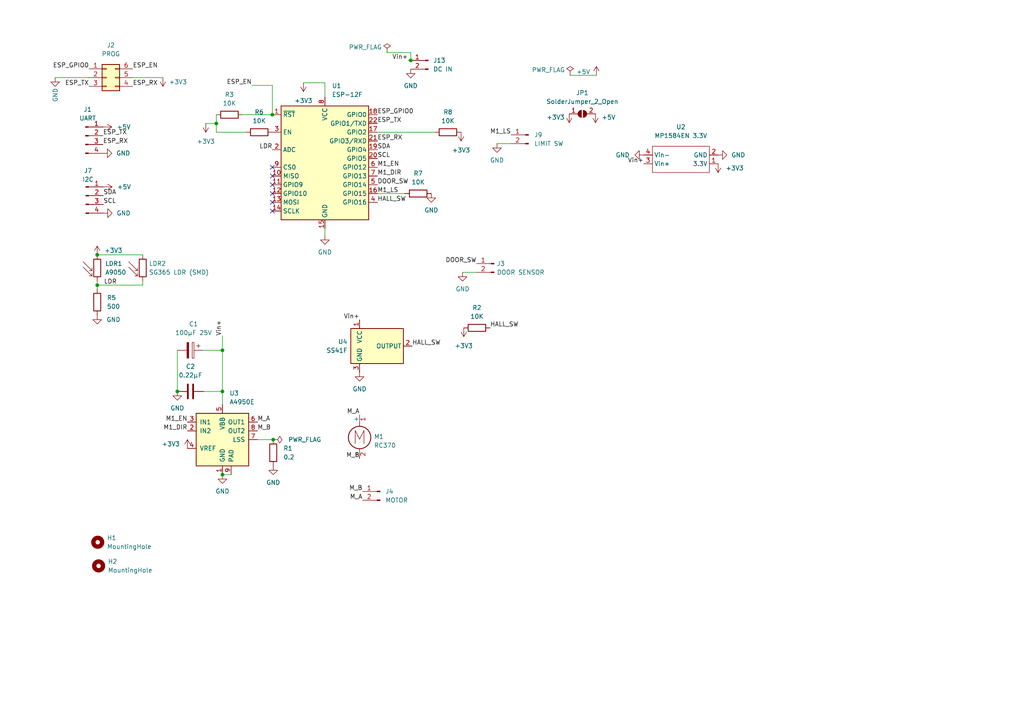
<source format=kicad_sch>
(kicad_sch (version 20211123) (generator eeschema)
  (paper "A4")
  (lib_symbols
    (symbol "Connector:Conn_01x02_Male" (pin_names (offset 1.016) hide)
      (property "Reference" "J" (at 0 2.54 0))
      (property "Value" "Conn_01x02_Male" (at 0 -5.08 0))
      (symbol "Conn_01x02_Male_1_1"
        (polyline (pts (xy 1.27 -2.54) (xy 0.8636 -2.54)) (stroke (width 0.1524)))
        (polyline (pts (xy 1.27 0) (xy 0.8636 0)) (stroke (width 0.1524)))
        (rectangle (start 0.8636 -2.413) (end 0 -2.667) (stroke (width 0.1524)) (fill (type outline)))
        (rectangle (start 0.8636 0.127) (end 0 -0.127) (stroke (width 0.1524)) (fill (type outline)))
        (pin passive line (at 5.08 0 180) (length 3.81) (name "Pin_1") (number "1"))
        (pin passive line (at 5.08 -2.54 180) (length 3.81) (name "Pin_2") (number "2"))
      )
    )
    (symbol "Connector:Conn_01x04_Male" (pin_names (offset 1.016) hide)
      (property "Reference" "J" (at 0 5.08 0))
      (property "Value" "Conn_01x04_Male" (at 0 -7.62 0))
      (symbol "Conn_01x04_Male_1_1"
        (polyline (pts (xy 1.27 -5.08) (xy 0.8636 -5.08)) (stroke (width 0.1524)))
        (polyline (pts (xy 1.27 -2.54) (xy 0.8636 -2.54)) (stroke (width 0.1524)))
        (polyline (pts (xy 1.27 0) (xy 0.8636 0)) (stroke (width 0.1524)))
        (polyline (pts (xy 1.27 2.54) (xy 0.8636 2.54)) (stroke (width 0.1524)))
        (rectangle (start 0.8636 -4.953) (end 0 -5.207) (stroke (width 0.1524)) (fill (type outline)))
        (rectangle (start 0.8636 -2.413) (end 0 -2.667) (stroke (width 0.1524)) (fill (type outline)))
        (rectangle (start 0.8636 0.127) (end 0 -0.127) (stroke (width 0.1524)) (fill (type outline)))
        (rectangle (start 0.8636 2.667) (end 0 2.413) (stroke (width 0.1524)) (fill (type outline)))
        (pin passive line (at 5.08 2.54 180) (length 3.81) (name "Pin_1") (number "1"))
        (pin passive line (at 5.08 0 180) (length 3.81) (name "Pin_2") (number "2"))
        (pin passive line (at 5.08 -2.54 180) (length 3.81) (name "Pin_3") (number "3"))
        (pin passive line (at 5.08 -5.08 180) (length 3.81) (name "Pin_4") (number "4"))
      )
    )
    (symbol "Connector_Generic:Conn_02x03_Counter_Clockwise" (pin_names (offset 1.016) hide)
      (property "Reference" "J" (at 1.27 5.08 0))
      (property "Value" "Conn_02x03_Counter_Clockwise" (at 1.27 -5.08 0))
      (symbol "Conn_02x03_Counter_Clockwise_1_1"
        (rectangle (start -1.27 -2.413) (end 0 -2.667) (stroke (width 0.1524)))
        (rectangle (start -1.27 0.127) (end 0 -0.127) (stroke (width 0.1524)))
        (rectangle (start -1.27 2.667) (end 0 2.413) (stroke (width 0.1524)))
        (rectangle (start -1.27 3.81) (end 3.81 -3.81) (stroke (width 0.254)) (fill (type background)))
        (rectangle (start 3.81 -2.413) (end 2.54 -2.667) (stroke (width 0.1524)))
        (rectangle (start 3.81 0.127) (end 2.54 -0.127) (stroke (width 0.1524)))
        (rectangle (start 3.81 2.667) (end 2.54 2.413) (stroke (width 0.1524)))
        (pin passive line (at -5.08 2.54 0) (length 3.81) (name "Pin_1") (number "1"))
        (pin passive line (at -5.08 0 0) (length 3.81) (name "Pin_2") (number "2"))
        (pin passive line (at -5.08 -2.54 0) (length 3.81) (name "Pin_3") (number "3"))
        (pin passive line (at 7.62 -2.54 180) (length 3.81) (name "Pin_4") (number "4"))
        (pin passive line (at 7.62 0 180) (length 3.81) (name "Pin_5") (number "5"))
        (pin passive line (at 7.62 2.54 180) (length 3.81) (name "Pin_6") (number "6"))
      )
    )
    (symbol "Device:C" (pin_numbers hide) (pin_names (offset 0.254))
      (property "Reference" "C" (at 0.635 2.54 0))
      (property "Value" "C" (at 0.635 -2.54 0))
      (symbol "C_0_1"
        (polyline (pts (xy -2.032 -0.762) (xy 2.032 -0.762)) (stroke (width 0.508)))
        (polyline (pts (xy -2.032 0.762) (xy 2.032 0.762)) (stroke (width 0.508)))
      )
      (symbol "C_1_1"
        (pin passive line (at 0 3.81 270) (length 2.794) (name "~") (number "1"))
        (pin passive line (at 0 -3.81 90) (length 2.794) (name "~") (number "2"))
      )
    )
    (symbol "Device:C_Polarized" (pin_numbers hide) (pin_names (offset 0.254))
      (property "Reference" "C" (at 0.635 2.54 0))
      (property "Value" "C_Polarized" (at 0.635 -2.54 0))
      (symbol "C_Polarized_0_1"
        (rectangle (start -2.286 0.508) (end 2.286 1.016))
        (polyline (pts (xy -1.778 2.286) (xy -0.762 2.286)))
        (polyline (pts (xy -1.27 2.794) (xy -1.27 1.778)))
        (rectangle (start 2.286 -0.508) (end -2.286 -1.016) (fill (type outline)))
      )
      (symbol "C_Polarized_1_1"
        (pin passive line (at 0 3.81 270) (length 2.794) (name "~") (number "1"))
        (pin passive line (at 0 -3.81 90) (length 2.794) (name "~") (number "2"))
      )
    )
    (symbol "Device:R" (pin_numbers hide) (pin_names (offset 0))
      (property "Reference" "R" (at 2.032 0 90))
      (property "Value" "R" (at 0 0 90))
      (symbol "R_0_1"
        (rectangle (start -1.016 -2.54) (end 1.016 2.54) (stroke (width 0.254)))
      )
      (symbol "R_1_1"
        (pin passive line (at 0 3.81 270) (length 1.27) (name "~") (number "1"))
        (pin passive line (at 0 -3.81 90) (length 1.27) (name "~") (number "2"))
      )
    )
    (symbol "Driver_Motor:A4950E" (pin_names (offset 1.016))
      (property "Reference" "U" (at -7.62 8.89 0))
      (property "Value" "A4950E" (at 5.08 8.89 0))
      (symbol "A4950E_0_1"
        (rectangle (start -7.62 7.62) (end 7.62 -7.62) (stroke (width 0.254)) (fill (type background)))
      )
      (symbol "A4950E_1_1"
        (pin power_in line (at 0 -10.16 90) (length 2.54) (name "GND") (number "1"))
        (pin input line (at -10.16 2.54 0) (length 2.54) (name "IN2") (number "2"))
        (pin input line (at -10.16 5.08 0) (length 2.54) (name "IN1") (number "3"))
        (pin passive line (at -10.16 -2.54 0) (length 2.54) (name "VREF") (number "4"))
        (pin power_in line (at 0 10.16 270) (length 2.54) (name "VBB") (number "5"))
        (pin power_out line (at 10.16 5.08 180) (length 2.54) (name "OUT1") (number "6"))
        (pin power_in line (at 10.16 0 180) (length 2.54) (name "LSS") (number "7"))
        (pin power_out line (at 10.16 2.54 180) (length 2.54) (name "OUT2") (number "8"))
        (pin power_in line (at 2.54 -10.16 90) (length 2.54) (name "PAD") (number "9"))
      )
    )
    (symbol "Jumper:SolderJumper_2_Open" (pin_names (offset 0) hide)
      (property "Reference" "JP" (at 0 2.032 0))
      (property "Value" "SolderJumper_2_Open" (at 0 -2.54 0))
      (symbol "SolderJumper_2_Open_0_1"
        (arc (start -0.254 1.016) (mid -1.27 0) (end -0.254 -1.016))
        (arc (start -0.254 1.016) (mid -1.27 0) (end -0.254 -1.016) (fill (type outline)))
        (polyline (pts (xy -0.254 1.016) (xy -0.254 -1.016)))
        (polyline (pts (xy 0.254 1.016) (xy 0.254 -1.016)))
        (arc (start 0.254 -1.016) (mid 1.27 0) (end 0.254 1.016))
        (arc (start 0.254 -1.016) (mid 1.27 0) (end 0.254 1.016) (fill (type outline)))
      )
      (symbol "SolderJumper_2_Open_1_1"
        (pin passive line (at -3.81 0 0) (length 2.54) (name "A") (number "1"))
        (pin passive line (at 3.81 0 180) (length 2.54) (name "B") (number "2"))
      )
    )
    (symbol "Mechanical:MountingHole" (pin_names (offset 1.016))
      (property "Reference" "H" (at 0 5.08 0))
      (property "Value" "MountingHole" (at 0 3.175 0))
      (symbol "MountingHole_0_1"
        (circle (center 0 0) (radius 1.27) (stroke (width 1.27)))
      )
    )
    (symbol "Motor:Motor_DC" (pin_names (offset 0))
      (property "Reference" "M" (at 2.54 2.54 0))
      (property "Value" "Motor_DC" (at 2.54 -5.08 0))
      (symbol "Motor_DC_0_0"
        (polyline (pts (xy -1.27 -3.302) (xy -1.27 0.508) (xy 0 -2.032) (xy 1.27 0.508) (xy 1.27 -3.302)))
      )
      (symbol "Motor_DC_0_1"
        (circle (center 0 -1.524) (radius 3.2512) (stroke (width 0.254)))
        (polyline (pts (xy 0 -7.62) (xy 0 -7.112)))
        (polyline (pts (xy 0 -4.7752) (xy 0 -5.1816)))
        (polyline (pts (xy 0 1.7272) (xy 0 2.0828)))
        (polyline (pts (xy 0 2.032) (xy 0 2.54)))
      )
      (symbol "Motor_DC_1_1"
        (pin passive line (at 0 5.08 270) (length 2.54) (name "+") (number "1"))
        (pin passive line (at 0 -7.62 90) (length 2.54) (name "-") (number "2"))
      )
    )
    (symbol "Power Modules:MP1584EN 3.3V"
      (property "Reference" "U" (at 0 5.08 0))
      (property "Value" "MP1584EN 3.3V" (at 0 -6.35 0))
      (symbol "MP1584EN 3.3V_0_0"
        (pin power_out line (at -10.16 1.27 0) (length 2.54) (name "3.3V") (number "1"))
        (pin power_out line (at -10.16 -1.27 0) (length 2.54) (name "GND") (number "2"))
        (pin power_in line (at 11.43 1.27 180) (length 2.54) (name "Vin+") (number "3"))
        (pin power_in line (at 11.43 -1.27 180) (length 2.54) (name "Vin-") (number "4"))
      )
      (symbol "MP1584EN 3.3V_0_1"
        (rectangle (start -7.62 3.81) (end 8.89 -3.81) (stroke (width 0.1524)))
      )
    )
    (symbol "RF_Module:ESP-12F"
      (property "Reference" "U" (at -12.7 19.05 0))
      (property "Value" "ESP-12F" (at 12.7 19.05 0))
      (symbol "ESP-12F_0_1"
        (rectangle (start -12.7 17.78) (end 12.7 -15.24) (stroke (width 0.254)) (fill (type background)))
      )
      (symbol "ESP-12F_1_1"
        (pin input line (at -15.24 15.24 0) (length 2.54) (name "~{RST}") (number "1"))
        (pin bidirectional line (at -15.24 -2.54 0) (length 2.54) (name "MISO") (number "10"))
        (pin bidirectional line (at -15.24 -5.08 0) (length 2.54) (name "GPIO9") (number "11"))
        (pin bidirectional line (at -15.24 -7.62 0) (length 2.54) (name "GPIO10") (number "12"))
        (pin bidirectional line (at -15.24 -10.16 0) (length 2.54) (name "MOSI") (number "13"))
        (pin bidirectional line (at -15.24 -12.7 0) (length 2.54) (name "SCLK") (number "14"))
        (pin power_in line (at 0 -17.78 90) (length 2.54) (name "GND") (number "15"))
        (pin bidirectional line (at 15.24 -7.62 180) (length 2.54) (name "GPIO15") (number "16"))
        (pin bidirectional line (at 15.24 10.16 180) (length 2.54) (name "GPIO2") (number "17"))
        (pin bidirectional line (at 15.24 15.24 180) (length 2.54) (name "GPIO0") (number "18"))
        (pin bidirectional line (at 15.24 5.08 180) (length 2.54) (name "GPIO4") (number "19"))
        (pin input line (at -15.24 5.08 0) (length 2.54) (name "ADC") (number "2"))
        (pin bidirectional line (at 15.24 2.54 180) (length 2.54) (name "GPIO5") (number "20"))
        (pin bidirectional line (at 15.24 7.62 180) (length 2.54) (name "GPIO3/RXD") (number "21"))
        (pin bidirectional line (at 15.24 12.7 180) (length 2.54) (name "GPIO1/TXD") (number "22"))
        (pin input line (at -15.24 10.16 0) (length 2.54) (name "EN") (number "3"))
        (pin bidirectional line (at 15.24 -10.16 180) (length 2.54) (name "GPIO16") (number "4"))
        (pin bidirectional line (at 15.24 -5.08 180) (length 2.54) (name "GPIO14") (number "5"))
        (pin bidirectional line (at 15.24 0 180) (length 2.54) (name "GPIO12") (number "6"))
        (pin bidirectional line (at 15.24 -2.54 180) (length 2.54) (name "GPIO13") (number "7"))
        (pin power_in line (at 0 20.32 270) (length 2.54) (name "VCC") (number "8"))
        (pin input line (at -15.24 0 0) (length 2.54) (name "CS0") (number "9"))
      )
    )
    (symbol "Sensor_Magnetic:SM353LT"
      (property "Reference" "U" (at 5.08 8.89 0))
      (property "Value" "SM353LT" (at 2.54 6.35 0))
      (symbol "SM353LT_0_1"
        (rectangle (start 7.62 5.08) (end -7.62 -5.08) (stroke (width 0.254)) (fill (type background)))
      )
      (symbol "SM353LT_1_1"
        (pin power_in line (at -5.08 7.62 270) (length 2.54) (name "VCC") (number "1"))
        (pin output line (at 10.16 0 180) (length 2.54) (name "OUTPUT") (number "2"))
        (pin power_in line (at -5.08 -7.62 90) (length 2.54) (name "GND") (number "3"))
      )
    )
    (symbol "Sensor_Optical:A9050" (pin_numbers hide) (pin_names (offset 0))
      (property "Reference" "R" (at -5.08 0 90))
      (property "Value" "A9050" (at 1.905 0 90))
      (symbol "A9050_0_1"
        (rectangle (start -1.016 2.54) (end 1.016 -2.54) (stroke (width 0.254)))
        (polyline (pts (xy -1.524 -2.286) (xy -4.064 0.254)))
        (polyline (pts (xy -1.524 -2.286) (xy -2.286 -2.286)))
        (polyline (pts (xy -1.524 -2.286) (xy -1.524 -1.524)))
        (polyline (pts (xy -1.524 -0.762) (xy -4.064 1.778)))
        (polyline (pts (xy -1.524 -0.762) (xy -2.286 -0.762)))
        (polyline (pts (xy -1.524 -0.762) (xy -1.524 0)))
      )
      (symbol "A9050_1_1"
        (pin passive line (at 0 3.81 270) (length 1.27) (name "~") (number "1"))
        (pin passive line (at 0 -3.81 90) (length 1.27) (name "~") (number "2"))
      )
    )
    (symbol "power:+3V3" (power) (pin_names (offset 0))
      (property "Value" "+3V3" (at 0 3.556 0))
      (symbol "+3V3_0_1"
        (polyline (pts (xy -0.762 1.27) (xy 0 2.54)))
        (polyline (pts (xy 0 0) (xy 0 2.54)))
        (polyline (pts (xy 0 2.54) (xy 0.762 1.27)))
      )
      (symbol "+3V3_1_1"
        (pin power_in line (at 0 0 90) (length 0) hide (name "+3V3") (number "1"))
      )
    )
    (symbol "power:+5V" (power) (pin_names (offset 0))
      (property "Value" "+5V" (at 0 3.556 0))
      (symbol "+5V_0_1"
        (polyline (pts (xy -0.762 1.27) (xy 0 2.54)))
        (polyline (pts (xy 0 0) (xy 0 2.54)))
        (polyline (pts (xy 0 2.54) (xy 0.762 1.27)))
      )
      (symbol "+5V_1_1"
        (pin power_in line (at 0 0 90) (length 0) hide (name "+5V") (number "1"))
      )
    )
    (symbol "power:GND" (power) (pin_names (offset 0))
      (property "Value" "GND" (at 0 -3.81 0))
      (symbol "GND_0_1"
        (polyline (pts (xy 0 0) (xy 0 -1.27) (xy 1.27 -1.27) (xy 0 -2.54) (xy -1.27 -1.27) (xy 0 -1.27)))
      )
      (symbol "GND_1_1"
        (pin power_in line (at 0 0 270) (length 0) hide (name "GND") (number "1"))
      )
    )
    (symbol "power:PWR_FLAG" (power) (pin_numbers hide) (pin_names (offset 0) hide)
      (property "Value" "PWR_FLAG" (at 0 3.81 0))
      (symbol "PWR_FLAG_0_0"
        (pin power_out line (at 0 0 90) (length 0) (name "pwr") (number "1"))
      )
      (symbol "PWR_FLAG_0_1"
        (polyline (pts (xy 0 0) (xy 0 1.27) (xy -1.016 1.905) (xy 0 2.54) (xy 1.016 1.905) (xy 0 1.27)))
      )
    )
  )
  (junction (at 62.738 35.814))
  (junction (at 119.126 17.526))
  (junction (at 78.994 33.274))
  (junction (at 64.516 137.668))
  (junction (at 28.194 82.7024))
  (junction (at 51.435 113.538))
  (junction (at 79.248 127.508))
  (junction (at 64.516 113.538))
  (junction (at 28.194 73.914))
  (junction (at 64.516 101.6))
  (no_connect (at 78.994 61.214))
  (no_connect (at 78.994 56.134))
  (no_connect (at 78.994 58.674))
  (no_connect (at 78.994 53.594))
  (no_connect (at 78.994 48.514))
  (no_connect (at 78.994 51.054))
  (wire (pts (xy 64.516 113.538) (xy 64.516 117.348)))
  (wire (pts (xy 28.194 81.534) (xy 28.194 82.7024)))
  (wire (pts (xy 59.69 35.814) (xy 62.738 35.814)))
  (wire (pts (xy 118.364 17.526) (xy 119.126 17.526)))
  (wire (pts (xy 70.358 33.274) (xy 78.994 33.274)))
  (wire (pts (xy 38.5064 22.5044) (xy 47.244 22.5044)))
  (wire (pts (xy 109.474 38.354) (xy 126.111 38.354)))
  (wire (pts (xy 28.194 73.914) (xy 41.402 73.914)))
  (wire (pts (xy 88.011 24.003) (xy 94.234 24.003)))
  (wire (pts (xy 62.738 35.814) (xy 62.738 38.354)))
  (wire (pts (xy 78.994 24.765) (xy 73.025 24.765)))
  (wire (pts (xy 41.402 81.534) (xy 41.402 82.7024)))
  (wire (pts (xy 16.002 22.5044) (xy 25.8064 22.5044)))
  (wire (pts (xy 74.676 127.508) (xy 79.248 127.508)))
  (wire (pts (xy 94.234 24.003) (xy 94.234 28.194)))
  (wire (pts (xy 112.268 15.24) (xy 119.126 15.24)))
  (wire (pts (xy 134.1628 78.994) (xy 138.2268 78.994)))
  (wire (pts (xy 119.126 15.24) (xy 119.126 17.526)))
  (wire (pts (xy 144.145 41.656) (xy 148.209 41.656)))
  (wire (pts (xy 64.516 101.6) (xy 64.516 113.538)))
  (wire (pts (xy 62.738 38.354) (xy 71.374 38.354)))
  (wire (pts (xy 59.055 101.6) (xy 64.516 101.6)))
  (wire (pts (xy 28.194 82.7024) (xy 28.194 83.82)))
  (wire (pts (xy 59.055 113.538) (xy 64.516 113.538)))
  (wire (pts (xy 165.354 21.844) (xy 172.974 21.844)))
  (wire (pts (xy 62.738 33.274) (xy 62.738 35.814)))
  (wire (pts (xy 51.435 101.6) (xy 51.435 113.538)))
  (wire (pts (xy 64.516 137.668) (xy 67.056 137.668)))
  (wire (pts (xy 94.234 66.294) (xy 94.234 68.326)))
  (wire (pts (xy 28.194 82.7024) (xy 41.402 82.7024)))
  (wire (pts (xy 78.994 33.274) (xy 78.994 24.765)))
  (wire (pts (xy 64.516 97.409) (xy 64.516 101.6)))
  (wire (pts (xy 109.474 56.134) (xy 117.475 56.134)))
  (label "ESP_TX" (at 25.8064 25.0444 180))
  (label "M_B" (at 104.2924 132.9944 180))
  (label "ESP_GPIO0" (at 109.474 33.274 0))
  (label "M_A" (at 105.156 145.0848 180))
  (label "M1_DIR" (at 109.474 51.054 0))
  (label "M_A" (at 74.676 122.428 0))
  (label "SDA" (at 29.972 56.7436 0))
  (label "LDR" (at 30.1244 82.7024 0))
  (label "SCL" (at 109.474 45.974 0))
  (label "M1_DIR" (at 54.356 124.968 180))
  (label "SCL" (at 29.972 59.2836 0))
  (label "ESP_RX" (at 29.8704 41.91 0))
  (label "M1_EN" (at 109.474 48.514 0))
  (label "Vin+" (at 64.516 97.409 90))
  (label "HALL_SW" (at 109.474 58.674 0))
  (label "M_B" (at 74.676 124.968 0))
  (label "ESP_TX" (at 29.8704 39.37 0))
  (label "M1_EN" (at 54.356 122.428 180))
  (label "DOOR_SW" (at 138.2268 76.454 180))
  (label "ESP_GPIO0" (at 25.8064 19.9644 180))
  (label "Vin+" (at 104.2924 92.7608 180))
  (label "SDA" (at 109.474 43.434 0))
  (label "M_B" (at 105.156 142.5448 180))
  (label "M1_LS" (at 148.209 39.116 180))
  (label "ESP_RX" (at 38.5064 25.0444 0))
  (label "HALL_SW" (at 142.1384 95.0976 0))
  (label "M_A" (at 104.2924 120.2944 180))
  (label "ESP_EN" (at 73.025 24.765 180))
  (label "Vin+" (at 118.364 17.526 180))
  (label "ESP_RX" (at 109.474 40.894 0))
  (label "ESP_EN" (at 38.5064 19.9644 0))
  (label "HALL_SW" (at 119.5324 100.3808 0))
  (label "ESP_TX" (at 109.474 35.814 0))
  (label "Vin+" (at 186.69 47.498 180))
  (label "DOOR_SW" (at 109.474 53.594 0))
  (label "M1_LS" (at 109.474 56.134 0))
  (label "LDR" (at 78.994 43.434 180))
  (symbol (lib_id "Connector:Conn_01x02_Male") (at 124.206 17.526 0) (mirror y) (unit 1)
    (property "Reference" "J13" (at 125.6284 17.5259 0) (effects (justify right)))
    (property "Value" "DC IN" (at 125.6284 20.0659 0) (effects (justify right)))
    (property "Footprint" "Connector_JST:JST_PH_S2B-PH-K_1x02_P2.00mm_Horizontal" (effects hide))
  )
  (symbol (lib_id "power:GND") (at 16.002 22.5044 0) (unit 1)
    (property "Reference" "#PWR0103" (effects hide))
    (property "Value" "GND" (at 16.0528 29.6164 90) (effects (justify left)))
  )
  (symbol (lib_id "power:PWR_FLAG") (at 165.354 21.844 0) (mirror y) (unit 1)
    (property "Reference" "#FLG0101" (effects hide))
    (property "Value" "PWR_FLAG" (at 159.0548 20.2692 0))
  )
  (symbol (lib_id "power:+5V") (at 29.972 54.2036 270) (unit 1)
    (property "Reference" "#PWR0109" (effects hide))
    (property "Value" "+5V" (at 33.9344 54.2035 90) (effects (justify left)))
  )
  (symbol (lib_id "Driver_Motor:A4950E") (at 64.516 127.508 0) (unit 1)
    (property "Reference" "U3" (at 66.5354 114.046 0) (effects (justify left)))
    (property "Value" "A4950E" (at 66.5354 116.586 0) (effects (justify left)))
    (property "Footprint" "Package_SO:SOIC-8-1EP_3.9x4.9mm_P1.27mm_EP2.41x3.3mm" (effects hide))
    (property "Datasheet" "http://www.allegromicro.com/~/media/Files/Datasheets/A4950-Datasheet.ashx" (effects hide))
  )
  (symbol (lib_id "power:GND") (at 125.095 56.134 0) (unit 1)
    (property "Reference" "#PWR012" (effects hide))
    (property "Value" "GND" (at 125.095 60.96 0))
  )
  (symbol (lib_id "Power Modules:MP1584EN 3.3V") (at 198.12 46.228 180) (unit 1)
    (property "Reference" "U2" (at 197.485 36.83 0))
    (property "Value" "MP1584EN 3.3V" (at 197.485 39.37 0))
    (property "Footprint" "Power Modules:MP1584EN" (effects hide))
    (property "Datasheet" "https://aliexpress.ru/item/1005003880292594.html" (effects hide))
  )
  (symbol (lib_id "power:GND") (at 186.69 44.958 270) (unit 1)
    (property "Reference" "#PWR017" (effects hide))
    (property "Value" "GND" (at 182.626 44.9579 90) (effects (justify right)))
  )
  (symbol (lib_id "power:GND") (at 144.145 41.656 0) (unit 1)
    (property "Reference" "#PWR01" (effects hide))
    (property "Value" "GND" (at 144.145 46.482 0))
  )
  (symbol (lib_id "power:GND") (at 28.194 91.44 0) (unit 1)
    (property "Reference" "#PWR011" (effects hide))
    (property "Value" "GND" (at 30.861 92.7099 0) (effects (justify left)))
  )
  (symbol (lib_id "Device:R") (at 79.248 131.318 180) (unit 1)
    (property "Reference" "R1" (at 82.169 130.0479 0) (effects (justify right)))
    (property "Value" "0.2" (at 82.169 132.5879 0) (effects (justify right)))
    (property "Footprint" "Resistor_SMD:R_1206_3216Metric" (effects hide))
  )
  (symbol (lib_id "Device:R") (at 28.194 87.63 0) (unit 1)
    (property "Reference" "R5" (at 30.988 86.3599 0) (effects (justify left)))
    (property "Value" "500" (at 30.988 88.8999 0) (effects (justify left)))
    (property "Footprint" "Resistor_SMD:R_1206_3216Metric" (effects hide))
  )
  (symbol (lib_id "power:GND") (at 29.8704 44.45 90) (unit 1)
    (property "Reference" "#PWR0106" (effects hide))
    (property "Value" "GND" (at 33.6804 44.4499 90) (effects (justify right)))
  )
  (symbol (lib_id "Jumper:SolderJumper_2_Open") (at 168.91 33.02 0) (unit 1)
    (property "Reference" "JP1" (at 168.91 26.924 0))
    (property "Value" "SolderJumper_2_Open" (at 168.91 29.464 0))
    (property "Footprint" "Jumper:SolderJumper-2_P1.3mm_Open_RoundedPad1.0x1.5mm" (effects hide))
  )
  (symbol (lib_id "Connector:Conn_01x02_Male") (at 143.3068 76.454 0) (mirror y) (unit 1)
    (property "Reference" "J3" (at 144.0688 76.4539 0) (effects (justify right)))
    (property "Value" "DOOR SENSOR" (at 144.0688 78.9939 0) (effects (justify right)))
    (property "Footprint" "Connector_JST:JST_PH_S2B-PH-K_1x02_P2.00mm_Horizontal" (effects hide))
  )
  (symbol (lib_id "power:GND") (at 119.126 20.066 0) (unit 1)
    (property "Reference" "#PWR0105" (effects hide))
    (property "Value" "GND" (at 119.126 24.892 0))
  )
  (symbol (lib_id "power:GND") (at 134.1628 78.994 0) (unit 1)
    (property "Reference" "#PWR09" (effects hide))
    (property "Value" "GND" (at 134.1628 83.82 0))
  )
  (symbol (lib_id "Device:R") (at 129.921 38.354 270) (unit 1)
    (property "Reference" "R8" (at 129.921 32.512 90))
    (property "Value" "10K" (at 129.921 35.052 90))
    (property "Footprint" "Resistor_SMD:R_1206_3216Metric" (effects hide))
  )
  (symbol (lib_id "power:GND") (at 94.234 68.326 0) (unit 1)
    (property "Reference" "#PWR0101" (effects hide))
    (property "Value" "GND" (at 94.234 73.152 0))
  )
  (symbol (lib_id "Device:R") (at 138.3284 95.0976 270) (unit 1)
    (property "Reference" "R2" (at 138.3284 89.2556 90))
    (property "Value" "10K" (at 138.3284 91.7956 90))
    (property "Footprint" "Resistor_SMD:R_1206_3216Metric" (effects hide))
  )
  (symbol (lib_id "RF_Module:ESP-12F") (at 94.234 48.514 0) (unit 1)
    (property "Reference" "U1" (at 96.2534 24.892 0) (effects (justify left)))
    (property "Value" "ESP-12F" (at 96.2534 27.432 0) (effects (justify left)))
    (property "Footprint" "RF_Module:ESP-12E" (effects hide))
    (property "Datasheet" "http://wiki.ai-thinker.com/_media/esp8266/esp8266_series_modules_user_manual_v1.1.pdf" (effects hide))
  )
  (symbol (lib_id "power:+3V3") (at 133.731 38.354 180) (unit 1)
    (property "Reference" "#PWR019" (effects hide))
    (property "Value" "+3V3" (at 133.731 43.561 0))
  )
  (symbol (lib_id "power:+3V3") (at 28.194 73.914 0) (unit 1)
    (property "Reference" "#PWR08" (effects hide))
    (property "Value" "+3V3" (at 30.226 72.6439 0) (effects (justify left)))
  )
  (symbol (lib_id "Connector:Conn_01x04_Male") (at 24.7904 39.37 0) (unit 1)
    (property "Reference" "J1" (at 25.4254 31.75 0))
    (property "Value" "UART" (at 25.4254 34.29 0))
    (property "Footprint" "Connector_JST:JST_PH_S4B-PH-K_1x04_P2.00mm_Horizontal" (effects hide))
  )
  (symbol (lib_id "Sensor_Optical:A9050") (at 28.194 77.724 0) (unit 1)
    (property "Reference" "LDR1" (at 30.48 76.4539 0) (effects (justify left)))
    (property "Value" "A9050" (at 30.48 78.9939 0) (effects (justify left)))
    (property "Footprint" "OptoDevice:R_LDR_5.0x4.1mm_P3mm_Vertical" (effects hide))
    (property "Datasheet" "http://cdn-reichelt.de/documents/datenblatt/A500/A90xxxx%23PE.pdf" (effects hide))
  )
  (symbol (lib_id "Connector:Conn_01x02_Male") (at 110.236 142.5448 0) (mirror y) (unit 1)
    (property "Reference" "J4" (at 111.76 142.5447 0) (effects (justify right)))
    (property "Value" "MOTOR" (at 111.76 145.0847 0) (effects (justify right)))
    (property "Footprint" "Connector_JST:JST_PH_S2B-PH-K_1x02_P2.00mm_Horizontal" (effects hide))
  )
  (symbol (lib_id "power:GND") (at 104.2924 108.0008 0) (unit 1)
    (property "Reference" "#PWR05" (effects hide))
    (property "Value" "GND" (at 104.2924 112.8268 0))
  )
  (symbol (lib_id "power:GND") (at 79.248 135.128 0) (unit 1)
    (property "Reference" "#PWR013" (effects hide))
    (property "Value" "GND" (at 79.248 139.954 0))
  )
  (symbol (lib_id "Mechanical:MountingHole") (at 28.3464 157.2768 0) (unit 1)
    (property "Reference" "H1" (at 31.0134 156.0067 0) (effects (justify left)))
    (property "Value" "MountingHole" (at 31.0134 158.5467 0) (effects (justify left)))
    (property "Footprint" "MountingHole:MountingHole_3.2mm_M3" (effects hide))
  )
  (symbol (lib_id "Motor:Motor_DC") (at 104.2924 125.3744 0) (unit 1)
    (property "Reference" "M1" (at 108.458 126.6443 0) (effects (justify left)))
    (property "Value" "RC370" (at 108.458 129.1843 0) (effects (justify left)))
    (property "Footprint" "Motors:RC370" (effects hide))
  )
  (symbol (lib_id "power:GND") (at 29.972 61.8236 90) (unit 1)
    (property "Reference" "#PWR015" (effects hide))
    (property "Value" "GND" (at 33.782 61.8235 90) (effects (justify right)))
  )
  (symbol (lib_id "power:GND") (at 64.516 137.668 0) (unit 1)
    (property "Reference" "#PWR03" (effects hide))
    (property "Value" "GND" (at 64.516 142.494 0))
  )
  (symbol (lib_id "power:GND") (at 51.435 113.538 0) (unit 1)
    (property "Reference" "#PWR02" (effects hide))
    (property "Value" "GND" (at 51.435 118.364 0))
  )
  (symbol (lib_id "power:+5V") (at 172.974 21.844 0) (mirror y) (unit 1)
    (property "Reference" "#PWR010" (effects hide))
    (property "Value" "+5V" (at 167.132 20.828 0) (effects (justify right)))
  )
  (symbol (lib_id "Device:C") (at 55.245 113.538 90) (unit 1)
    (property "Reference" "C2" (at 55.245 106.299 90))
    (property "Value" "0.22µF" (at 55.245 108.839 90))
    (property "Footprint" "Capacitor_SMD:C_1206_3216Metric" (effects hide))
  )
  (symbol (lib_id "power:+3V3") (at 47.244 22.5044 180) (unit 1)
    (property "Reference" "#PWR0108" (effects hide))
    (property "Value" "+3V3" (at 48.9712 23.7743 0) (effects (justify right)))
  )
  (symbol (lib_id "power:PWR_FLAG") (at 79.248 127.508 270) (unit 1)
    (property "Reference" "#FLG0103" (effects hide))
    (property "Value" "PWR_FLAG" (at 83.566 127.5079 90) (effects (justify left)))
  )
  (symbol (lib_id "Mechanical:MountingHole") (at 28.6004 164.1348 0) (unit 1)
    (property "Reference" "H2" (at 31.2674 162.8647 0) (effects (justify left)))
    (property "Value" "MountingHole" (at 31.2674 165.4047 0) (effects (justify left)))
    (property "Footprint" "MountingHole:MountingHole_3.2mm_M3" (effects hide))
  )
  (symbol (lib_id "power:+3V3") (at 88.011 24.003 180) (unit 1)
    (property "Reference" "#PWR04" (effects hide))
    (property "Value" "+3V3" (at 88.011 29.21 0))
  )
  (symbol (lib_id "Device:R") (at 66.548 33.274 270) (unit 1)
    (property "Reference" "R3" (at 66.548 27.432 90))
    (property "Value" "10K" (at 66.548 29.972 90))
    (property "Footprint" "Resistor_SMD:R_1206_3216Metric" (effects hide))
  )
  (symbol (lib_id "Connector_Generic:Conn_02x03_Counter_Clockwise") (at 30.8864 22.5044 0) (unit 1)
    (property "Reference" "J2" (at 32.1564 13.1064 0))
    (property "Value" "PROG" (at 32.1564 15.6464 0))
    (property "Footprint" "Connector_PinHeader_2.54mm:PinHeader_2x03_P2.54mm_Vertical" (effects hide))
  )
  (symbol (lib_id "Device:R") (at 75.184 38.354 270) (unit 1)
    (property "Reference" "R6" (at 75.184 32.512 90))
    (property "Value" "10K" (at 75.184 35.052 90))
    (property "Footprint" "Resistor_SMD:R_1206_3216Metric" (effects hide))
  )
  (symbol (lib_id "Connector:Conn_01x02_Male") (at 153.289 39.116 0) (mirror y) (unit 1)
    (property "Reference" "J9" (at 154.94 39.1159 0) (effects (justify right)))
    (property "Value" "LIMIT SW" (at 154.94 41.6559 0) (effects (justify right)))
    (property "Footprint" "Connector_JST:JST_PH_S2B-PH-K_1x02_P2.00mm_Horizontal" (effects hide))
  )
  (symbol (lib_id "Device:R") (at 121.285 56.134 270) (unit 1)
    (property "Reference" "R7" (at 121.285 50.292 90))
    (property "Value" "10K" (at 121.285 52.832 90))
    (property "Footprint" "Resistor_SMD:R_1206_3216Metric" (effects hide))
  )
  (symbol (lib_id "Device:C_Polarized") (at 55.245 101.6 270) (unit 1)
    (property "Reference" "C1" (at 56.134 93.98 90))
    (property "Value" "100µF 25V" (at 56.134 96.52 90))
    (property "Footprint" "Capacitor_THT:CP_Radial_D6.3mm_P2.50mm" (effects hide))
  )
  (symbol (lib_id "power:+3V3") (at 208.28 47.498 180) (unit 1)
    (property "Reference" "#PWR016" (effects hide))
    (property "Value" "+3V3" (at 210.439 48.7679 0) (effects (justify right)))
  )
  (symbol (lib_id "Connector:Conn_01x04_Male") (at 24.892 56.7436 0) (unit 1)
    (property "Reference" "J7" (at 25.527 49.5046 0))
    (property "Value" "I2C" (at 25.527 52.0446 0))
    (property "Footprint" "Connector_JST:JST_PH_S4B-PH-K_1x04_P2.00mm_Horizontal" (effects hide))
  )
  (symbol (lib_id "power:PWR_FLAG") (at 112.268 15.24 0) (mirror y) (unit 1)
    (property "Reference" "#FLG01" (effects hide))
    (property "Value" "PWR_FLAG" (at 105.9688 13.6652 0))
  )
  (symbol (lib_id "power:+5V") (at 172.72 33.02 0) (mirror x) (unit 1)
    (property "Reference" "#PWR018" (effects hide))
    (property "Value" "+5V" (at 178.562 34.036 0) (effects (justify right)))
  )
  (symbol (lib_id "power:+3V3") (at 165.1 33.02 180) (unit 1)
    (property "Reference" "#PWR014" (effects hide))
    (property "Value" "+3V3" (at 158.496 34.036 0) (effects (justify right)))
  )
  (symbol (lib_id "Sensor_Optical:A9050") (at 41.402 77.724 0) (unit 1)
    (property "Reference" "LDR2" (at 43.18 76.4539 0) (effects (justify left)))
    (property "Value" "SG365 LDR (SMD)" (at 43.18 78.9939 0) (effects (justify left)))
    (property "Footprint" "Resistor_SMD:R_1210_3225Metric" (effects hide))
    (property "Datasheet" "http://cdn-reichelt.de/documents/datenblatt/A500/A90xxxx%23PE.pdf" (effects hide))
  )
  (symbol (lib_id "power:+3V3") (at 59.69 35.814 180) (unit 1)
    (property "Reference" "#PWR07" (effects hide))
    (property "Value" "+3V3" (at 59.69 41.021 0))
  )
  (symbol (lib_id "power:GND") (at 208.28 44.958 90) (unit 1)
    (property "Reference" "#PWR06" (effects hide))
    (property "Value" "GND" (at 212.09 44.9579 90) (effects (justify right)))
  )
  (symbol (lib_id "Sensor_Magnetic:SM353LT") (at 109.3724 100.3808 0) (unit 1)
    (property "Reference" "U4" (at 100.7872 99.1107 0) (effects (justify right)))
    (property "Value" "SS41F" (at 100.7872 101.6507 0) (effects (justify right)))
    (property "Footprint" "Motors:Hall_Switch_TO-92" (effects hide))
    (property "Datasheet" "https://sensing.honeywell.com/honeywell-sensing-nanopower-series-product-sheet-50095501-a-en.pdf" (effects hide))
  )
  (symbol (lib_id "power:+3V3") (at 54.356 130.048 0) (unit 1)
    (property "Reference" "#PWR0104" (effects hide))
    (property "Value" "+3V3" (at 52.197 128.7781 0) (effects (justify right)))
  )
  (symbol (lib_id "power:+3V3") (at 134.5184 95.0976 180) (unit 1)
    (property "Reference" "#PWR0102" (effects hide))
    (property "Value" "+3V3" (at 134.5184 100.3046 0))
  )
  (symbol (lib_id "power:+5V") (at 29.8704 36.83 270) (unit 1)
    (property "Reference" "#PWR0107" (effects hide))
    (property "Value" "+5V" (at 33.8328 36.8299 90) (effects (justify left)))
  )
)
</source>
